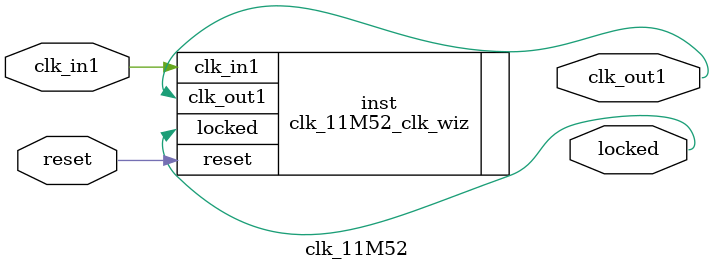
<source format=v>


`timescale 1ps/1ps

(* CORE_GENERATION_INFO = "clk_11M52,clk_wiz_v6_0_10_0_0,{component_name=clk_11M52,use_phase_alignment=true,use_min_o_jitter=true,use_max_i_jitter=false,use_dyn_phase_shift=false,use_inclk_switchover=false,use_dyn_reconfig=false,enable_axi=0,feedback_source=FDBK_AUTO,PRIMITIVE=PLL,num_out_clk=1,clkin1_period=10.000,clkin2_period=10.000,use_power_down=false,use_reset=true,use_locked=true,use_inclk_stopped=false,feedback_type=SINGLE,CLOCK_MGR_TYPE=NA,manual_override=false}" *)

module clk_11M52 
 (
  // Clock out ports
  output        clk_out1,
  // Status and control signals
  input         reset,
  output        locked,
 // Clock in ports
  input         clk_in1
 );

  clk_11M52_clk_wiz inst
  (
  // Clock out ports  
  .clk_out1(clk_out1),
  // Status and control signals               
  .reset(reset), 
  .locked(locked),
 // Clock in ports
  .clk_in1(clk_in1)
  );

endmodule

</source>
